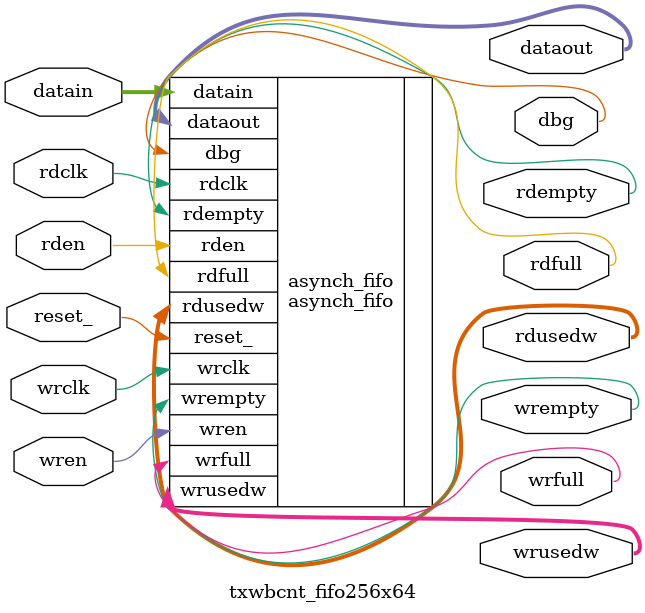
<source format=v>

`timescale 1ns / 1ps

module txwbcnt_fifo256x64 # (parameter WIDTH = 64,         // considering 8X8 fifo
								DEPTH = 256,
								PTR	= 8 )          // 2**8 = 256 (DEPTH)

		  (
			input  wire 				reset_,
			
			//=== Signals for WRITE
			input  wire 				wrclk,      // Clk for writing data                              
			input  wire 				wren,       // request to write                                     
			input  wire [WIDTH-1 : 0]	datain,     // Data coming in                                 
			output wire					wrfull,     // indicates fifo is full or not (To avoid overiding)
			output wire 			 	wrempty,    // 0- some data is present (atleast 1 data is present)                                            
			output wire	[PTR  : 0]		wrusedw,    // number of slots currently in use for writing                                                                                                                                                             

			//=== Signals for READ
			input  wire 				rdclk,      // Clk for reading data                                
			input  wire 				rden,       // Request to read from FIFO                           
			output wire [WIDTH-1 : 0]	dataout,    // Data coming out                                     
			output wire 				rdfull,     // 1-FIFO IS FULL (DATA AVAILABLE FOR READ is == DEPTH) 
			output wire 				rdempty,    // indicates fifo is empty or not (to avoid underflow)  
			output wire [PTR  : 0] 		rdusedw,    // number of slots currently in use for reading

			//=== Signals for TEST
			output wire 				dbg

);


			
			
asynch_fifo # ( .WIDTH(WIDTH),         				// considering 256x64 fifo
								.DEPTH(DEPTH),
								.PTR(PTR) )      	// 2**8 = 256 (DEPTH)

asynch_fifo		  (
			.reset_		(reset_),
			
			//=== Signals for WRITE
			.wrclk		(wrclk),      // Clk for writing data                              
			.wren		(wren),       // request to write                                     
			.datain		(datain),     // Data coming in                                 
			.wrfull		(wrfull),     // indicates fifo is full or not (To avoid overiding)
			.wrempty	(wrempty),    // 0- some data is present (atleast 1 data is present)                                            
			.wrusedw	(wrusedw),    // number of slots currently in use for writing                                                                                                         
                                                    
			//=== Signals for READ
			.rdclk		(rdclk),      // Clk for reading data                                
			.rden		(rden),       // Request to read from FIFO                           
			.dataout	(dataout),    // Data coming out                                     
			.rdfull		(rdfull),     // 1-FIFO IS FULL (DATA AVAILABLE FOR READ is == DEPTH) 
			.rdempty	(rdempty),    // indicates fifo is empty or not (to avoid underflow)  
			.rdusedw	(rdusedw),    // number of slots currently in use for reading

			//=== Signals for TEST
			.dbg		(dbg)

);			
			
			
			
			
endmodule




</source>
